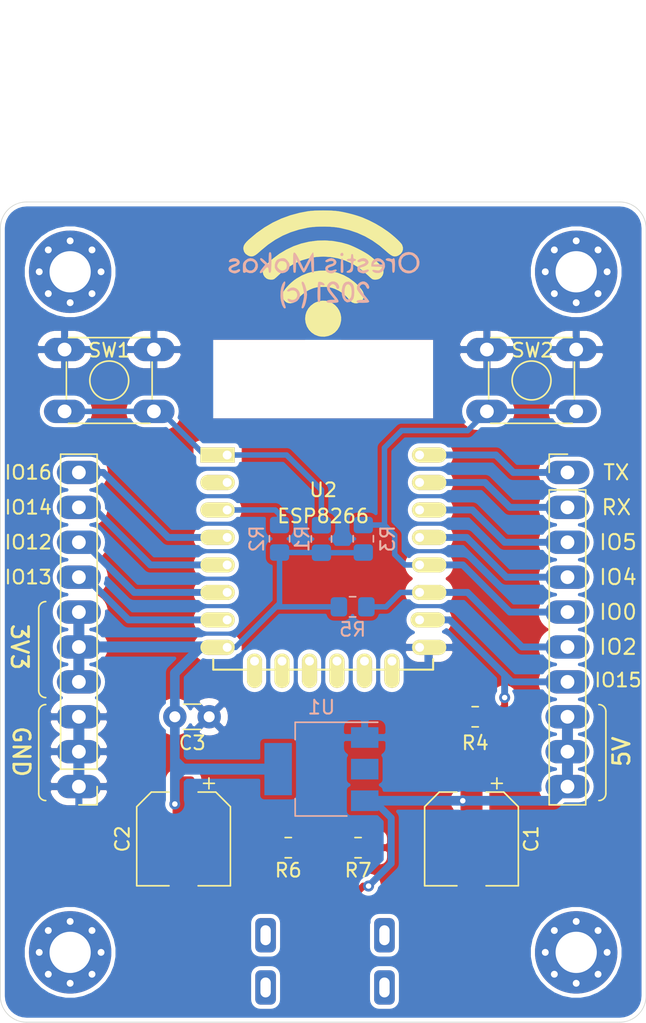
<source format=kicad_pcb>
(kicad_pcb (version 20171130) (host pcbnew "(5.1.9)-1")
  (layers (0 F.Cu signal) (31 B.Cu signal) (34 B.Paste user) (35 F.Paste user) (36 B.SilkS user) (37 F.SilkS user) (38 B.Mask user) (39 F.Mask user) (44 Edge.Cuts user))
  (net 0 "")
  (net 1 GND)
  (net 2 +5V)
  (net 3 +3V3)
  (net 4 IO16)
  (net 5 IO14)
  (net 6 IO12)
  (net 7 IO13)
  (net 8 "Net-(R1-Pad1)")
  (net 9 "Net-(R2-Pad2)")
  (net 10 "Net-(U2-Pad20)")
  (net 11 "Net-(U2-Pad19)")
  (net 12 "Net-(U2-Pad2)")
  (net 13 IO15)
  (net 14 IO2)
  (net 15 IO0)
  (net 16 IO4)
  (net 17 IO5)
  (net 18 RX)
  (net 19 TX)
  (net 20 "Net-(CONN1-PadB5)")
  (net 21 "Net-(CONN1-PadA5)")
  (net 22 "Net-(U2-Pad22)")
  (net 23 "Net-(U2-Pad21)")
  (net 24 "Net-(U2-Pad18)")
  (net 25 "Net-(U2-Pad17)")
  (module wifi_footprint:credits (layer F.Cu) (at 102.235 18.796)
    (fp_text reference G*** hide)
    (fp_text value LOGO hide)
  )
  (module wifi_footprint:wifi_logo_fcu (layer F.Cu) (at 102.235 18.542)
    (fp_text reference G*** hide)
    (fp_text value LOGO hide)
    (fp_poly (pts (xy 0.221311 1.991868) (xy 0.458684 2.056961) (xy 0.677043 2.164968) (xy 0.871297 2.310746) (xy 1.036354 2.489153) (xy 1.167122 2.695045) (xy 1.258511 2.923279) (xy 1.30543 3.168713) (xy 1.302786 3.426204) (xy 1.245489 3.690608) (xy 1.179785 3.856824) (xy 1.035679 4.093473) (xy 0.848323 4.289324) (xy 0.626085 4.440566) (xy 0.377331 4.54339) (xy 0.110426 4.593984) (xy -0.166262 4.588539) (xy -0.348481 4.552851) (xy -0.607845 4.451341) (xy -0.838479 4.29738) (xy -1.031256 4.098603) (xy -1.17705 3.862643) (xy -1.179311 3.857839) (xy -1.274826 3.584507) (xy -1.310371 3.309665) (xy -1.288616 3.040789) (xy -1.212226 2.785354) (xy -1.08387 2.550835) (xy -0.906215 2.344707) (xy -0.681928 2.174446) (xy -0.55398 2.105503) (xy -0.290112 2.010996) (xy -0.029985 1.974832) (xy 0.221311 1.991868)) (layer F.Cu) (width 0.01))
    (fp_poly (pts (xy 0.644134 -0.154495) (xy 1.076577 -0.044689) (xy 1.494165 0.120248) (xy 1.891256 0.339832) (xy 2.262208 0.613578) (xy 2.41021 0.745866) (xy 2.626052 0.963391) (xy 2.787139 1.157382) (xy 2.895818 1.332081) (xy 2.954437 1.491727) (xy 2.965345 1.640561) (xy 2.951047 1.722437) (xy 2.876337 1.896656) (xy 2.762714 2.029408) (xy 2.620795 2.118963) (xy 2.4612 2.163588) (xy 2.294547 2.161553) (xy 2.131452 2.111127) (xy 1.982536 2.010577) (xy 1.883261 1.896538) (xy 1.763226 1.750509) (xy 1.603399 1.594251) (xy 1.42202 1.443323) (xy 1.237325 1.31328) (xy 1.119087 1.24469) (xy 0.872262 1.126773) (xy 0.65005 1.045825) (xy 0.429913 0.996281) (xy 0.189313 0.972575) (xy 0 0.968375) (xy -0.267794 0.977523) (xy -0.499605 1.008678) (xy -0.717972 1.067406) (xy -0.945432 1.159269) (xy -1.119088 1.24469) (xy -1.295613 1.351629) (xy -1.481231 1.49004) (xy -1.657704 1.644364) (xy -1.806795 1.799043) (xy -1.883262 1.896538) (xy -2.019225 2.040814) (xy -2.18605 2.13219) (xy -2.374588 2.167077) (xy -2.534392 2.152012) (xy -2.687928 2.088728) (xy -2.816049 1.978304) (xy -2.910212 1.834816) (xy -2.961878 1.672339) (xy -2.962503 1.504951) (xy -2.953131 1.461914) (xy -2.896823 1.33128) (xy -2.795643 1.175817) (xy -2.658231 1.004882) (xy -2.493227 0.827834) (xy -2.30927 0.654031) (xy -2.115001 0.492832) (xy -1.946524 0.371586) (xy -1.543435 0.140421) (xy -1.121348 -0.032703) (xy -0.685905 -0.148272) (xy -0.242749 -0.206771) (xy 0.202477 -0.208683) (xy 0.644134 -0.154495)) (layer F.Cu) (width 0.01))
    (fp_poly (pts (xy 0.723283 -2.362842) (xy 1.30851 -2.257992) (xy 1.793875 -2.122588) (xy 1.997337 -2.047206) (xy 2.235753 -1.944384) (xy 2.492359 -1.822611) (xy 2.750387 -1.690371) (xy 2.993072 -1.556154) (xy 3.203648 -1.428445) (xy 3.317875 -1.35114) (xy 3.471638 -1.234441) (xy 3.63619 -1.099065) (xy 3.802443 -0.953593) (xy 3.961309 -0.806606) (xy 4.103701 -0.666683) (xy 4.220531 -0.542406) (xy 4.302711 -0.442355) (xy 4.335043 -0.390726) (xy 4.385195 -0.218199) (xy 4.381145 -0.040091) (xy 4.327358 0.128926) (xy 4.2283 0.274181) (xy 4.102477 0.373403) (xy 3.977239 0.421035) (xy 3.830664 0.443701) (xy 3.688597 0.439707) (xy 3.577725 0.407807) (xy 3.529135 0.37269) (xy 3.446024 0.303006) (xy 3.339465 0.208384) (xy 3.220533 0.098456) (xy 3.203501 0.082369) (xy 2.871103 -0.211316) (xy 2.542135 -0.456933) (xy 2.199752 -0.666588) (xy 2.054531 -0.743469) (xy 1.566944 -0.956242) (xy 1.06254 -1.109175) (xy 0.546332 -1.202056) (xy 0.023338 -1.234671) (xy -0.501428 -1.206809) (xy -1.022949 -1.118257) (xy -1.536209 -0.968803) (xy -1.711071 -0.902828) (xy -2.151661 -0.69543) (xy -2.578694 -0.430726) (xy -2.995669 -0.106388) (xy -3.2385 0.113998) (xy -3.35166 0.219705) (xy -3.454431 0.31119) (xy -3.534753 0.377991) (xy -3.577726 0.40828) (xy -3.693491 0.44102) (xy -3.838309 0.443802) (xy -3.986345 0.418601) (xy -4.111625 0.367476) (xy -4.25235 0.247831) (xy -4.347239 0.092585) (xy -4.390855 -0.084868) (xy -4.377761 -0.271137) (xy -4.375196 -0.281737) (xy -4.320063 -0.404464) (xy -4.210142 -0.55505) (xy -4.046882 -0.73187) (xy -3.831736 -0.9333) (xy -3.667125 -1.074677) (xy -3.187471 -1.434654) (xy -2.679315 -1.739465) (xy -2.147029 -1.98827) (xy -1.594987 -2.18023) (xy -1.027562 -2.314507) (xy -0.449126 -2.390261) (xy 0.135946 -2.406652) (xy 0.723283 -2.362842)) (layer F.Cu) (width 0.01))
    (fp_poly (pts (xy 0.320685 -4.585508) (xy 0.624628 -4.574026) (xy 0.898024 -4.555072) (xy 1.125274 -4.528662) (xy 1.127125 -4.528381) (xy 1.454133 -4.469959) (xy 1.806511 -4.391944) (xy 2.162858 -4.29992) (xy 2.501771 -4.199472) (xy 2.80185 -4.096184) (xy 2.841625 -4.08101) (xy 3.323946 -3.873404) (xy 3.809434 -3.625256) (xy 4.278327 -3.347747) (xy 4.71086 -3.052061) (xy 4.85775 -2.94027) (xy 5.054461 -2.780532) (xy 5.241209 -2.619051) (xy 5.410209 -2.463332) (xy 5.553678 -2.320879) (xy 5.663831 -2.199199) (xy 5.732883 -2.105797) (xy 5.743543 -2.08625) (xy 5.801751 -1.901815) (xy 5.799604 -1.723424) (xy 5.740209 -1.55928) (xy 5.626673 -1.417587) (xy 5.462106 -1.306549) (xy 5.445125 -1.298444) (xy 5.316001 -1.252863) (xy 5.192618 -1.243178) (xy 5.06624 -1.272595) (xy 4.928131 -1.344323) (xy 4.769558 -1.46157) (xy 4.603229 -1.607643) (xy 4.101688 -2.03402) (xy 3.583856 -2.400374) (xy 3.044807 -2.709156) (xy 2.479616 -2.962817) (xy 1.883359 -3.163807) (xy 1.251109 -3.314579) (xy 1.127125 -3.337641) (xy 0.836245 -3.377648) (xy 0.502303 -3.403885) (xy 0.143499 -3.416338) (xy -0.221964 -3.414997) (xy -0.575883 -3.399848) (xy -0.900058 -3.37088) (xy -1.1181 -3.339123) (xy -1.761744 -3.196503) (xy -2.368106 -3.003938) (xy -2.94197 -2.759051) (xy -3.48812 -2.459467) (xy -4.011339 -2.102807) (xy -4.516412 -1.686695) (xy -4.60323 -1.607643) (xy -4.786257 -1.447606) (xy -4.940728 -1.335578) (xy -5.075839 -1.268506) (xy -5.200785 -1.243337) (xy -5.324759 -1.257021) (xy -5.456958 -1.306504) (xy -5.478579 -1.317084) (xy -5.639426 -1.428442) (xy -5.746843 -1.573788) (xy -5.80013 -1.75213) (xy -5.802968 -1.776884) (xy -5.801689 -1.908527) (xy -5.767668 -2.033507) (xy -5.695456 -2.161317) (xy -5.5796 -2.301453) (xy -5.41465 -2.463409) (xy -5.402333 -2.474703) (xy -4.84636 -2.943769) (xy -4.269183 -3.353339) (xy -3.668359 -3.704584) (xy -3.041449 -3.998673) (xy -2.386009 -4.236776) (xy -1.699599 -4.420062) (xy -1.11125 -4.530376) (xy -0.888565 -4.556455) (xy -0.618429 -4.574994) (xy -0.316442 -4.586006) (xy 0.001795 -4.589507) (xy 0.320685 -4.585508)) (layer F.Cu) (width 0.01))
  )
  (module wifi_footprint:wifi_logo (layer F.Cu) (at 102.235 18.542)
    (fp_text reference G*** hide)
    (fp_text value LOGO hide)
  )
  (module Resistor_SMD:R_0805_2012Metric_Pad1.20x1.40mm_HandSolder (layer B.Cu) (at 99.06 37.846 90)
    (fp_text reference R2 (at 0 -1.651 90) (layer B.SilkS) (effects (justify mirror)))
    (fp_text value 10K)
    (pad 2 smd roundrect (at 1 0 90) (size 1.2 1.4) (layers B.Cu B.Paste B.Mask) (roundrect_rratio 0.2083325) (net 9 "Net-(R2-Pad2)"))
    (pad 1 smd roundrect (at -1 0 90) (size 1.2 1.4) (layers B.Cu B.Paste B.Mask) (roundrect_rratio 0.2083325) (net 3 +3V3))
  )
  (module Resistor_SMD:R_0805_2012Metric_Pad1.20x1.40mm_HandSolder (layer B.Cu) (at 102.108 37.862 270)
    (fp_text reference R1 (at -0.016 1.397 270) (layer B.SilkS) (effects (justify mirror)))
    (fp_text value 10K)
    (pad 2 smd roundrect (at 1 0 270) (size 1.2 1.4) (layers B.Cu B.Paste B.Mask) (roundrect_rratio 0.2083325) (net 3 +3V3))
    (pad 1 smd roundrect (at -1 0 270) (size 1.2 1.4) (layers B.Cu B.Paste B.Mask) (roundrect_rratio 0.2083325) (net 8 "Net-(R1-Pad1)"))
  )
  (module Resistor_SMD:R_0805_2012Metric_Pad1.20x1.40mm_HandSolder (layer B.Cu) (at 105.156 37.846 90)
    (fp_text reference R3 (at 0 1.778 90) (layer B.SilkS) (effects (justify mirror)))
    (fp_text value 10K)
    (pad 2 smd roundrect (at 1 0 90) (size 1.2 1.4) (layers B.Cu B.Paste B.Mask) (roundrect_rratio 0.2083325) (net 15 IO0))
    (pad 1 smd roundrect (at -1 0 90) (size 1.2 1.4) (layers B.Cu B.Paste B.Mask) (roundrect_rratio 0.2083325) (net 3 +3V3))
  )
  (module Resistor_SMD:R_0805_2012Metric_Pad1.20x1.40mm_HandSolder (layer B.Cu) (at 104.378 42.799)
    (fp_text reference R5 (at 0 1.65) (layer B.SilkS) (effects (justify mirror)))
    (fp_text value 10K)
    (pad 2 smd roundrect (at 1 0) (size 1.2 1.4) (layers B.Cu B.Paste B.Mask) (roundrect_rratio 0.2083325) (net 14 IO2))
    (pad 1 smd roundrect (at -1 0) (size 1.2 1.4) (layers B.Cu B.Paste B.Mask) (roundrect_rratio 0.2083325) (net 3 +3V3))
  )
  (module Resistor_SMD:R_0805_2012Metric_Pad1.20x1.40mm_HandSolder (layer F.Cu) (at 104.775 60.325 180)
    (fp_text reference R7 (at 0 -1.65) (layer F.SilkS))
    (fp_text value 5.1K)
    (pad 2 smd roundrect (at 1 0 180) (size 1.2 1.4) (layers F.Cu F.Paste F.Mask) (roundrect_rratio 0.2083325) (net 20 "Net-(CONN1-PadB5)"))
    (pad 1 smd roundrect (at -1 0 180) (size 1.2 1.4) (layers F.Cu F.Paste F.Mask) (roundrect_rratio 0.2083325) (net 1 GND))
  )
  (module Resistor_SMD:R_0805_2012Metric_Pad1.20x1.40mm_HandSolder (layer F.Cu) (at 99.695 60.325 180)
    (fp_text reference R6 (at 0 -1.65) (layer F.SilkS))
    (fp_text value 5.1K)
    (pad 2 smd roundrect (at 1 0 180) (size 1.2 1.4) (layers F.Cu F.Paste F.Mask) (roundrect_rratio 0.2083325) (net 1 GND))
    (pad 1 smd roundrect (at -1 0 180) (size 1.2 1.4) (layers F.Cu F.Paste F.Mask) (roundrect_rratio 0.2083325) (net 21 "Net-(CONN1-PadA5)"))
  )
  (module Resistor_SMD:R_0805_2012Metric_Pad1.20x1.40mm_HandSolder (layer F.Cu) (at 113.3 50.8 180)
    (fp_text reference R4 (at 0 -1.905) (layer F.SilkS))
    (fp_text value 10K)
    (pad 2 smd roundrect (at 1 0 180) (size 1.2 1.4) (layers F.Cu F.Paste F.Mask) (roundrect_rratio 0.2083325) (net 1 GND))
    (pad 1 smd roundrect (at -1 0 180) (size 1.2 1.4) (layers F.Cu F.Paste F.Mask) (roundrect_rratio 0.2083325) (net 13 IO15))
  )
  (module Capacitor_SMD:CP_Elec_6.3x5.3 (layer F.Cu) (at 92.075 59.69 270)
    (fp_text reference C2 (at 0 4.445 90) (layer F.SilkS))
    (fp_text value 100uF)
    (pad 2 smd roundrect (at 2.8 0 270) (size 3.5 1.6) (layers F.Cu F.Paste F.Mask) (roundrect_rratio 0.15625) (net 1 GND))
    (pad 1 smd roundrect (at -2.8 0 270) (size 3.5 1.6) (layers F.Cu F.Paste F.Mask) (roundrect_rratio 0.15625) (net 3 +3V3))
  )
  (module Capacitor_SMD:CP_Elec_6.3x5.3 (layer F.Cu) (at 113.03 59.69 270)
    (fp_text reference C1 (at 0 -4.35 90) (layer F.SilkS))
    (fp_text value 100uF)
    (pad 2 smd roundrect (at 2.8 0 270) (size 3.5 1.6) (layers F.Cu F.Paste F.Mask) (roundrect_rratio 0.15625) (net 1 GND))
    (pad 1 smd roundrect (at -2.8 0 270) (size 3.5 1.6) (layers F.Cu F.Paste F.Mask) (roundrect_rratio 0.15625) (net 2 +5V))
  )
  (module ESP8266:ESP-12E (layer F.Cu) (at 95.25 31.75)
    (fp_text reference U2 (at 6.985 2.54) (layer F.SilkS))
    (fp_text value ESP-12F hide)
    (pad 22 thru_hole oval (at 11.99 15 90) (size 2.5 1.1) (drill 0.65 (offset -0.7 0)) (layers *.Cu *.Mask F.SilkS) (net 22 "Net-(U2-Pad22)"))
    (pad 21 thru_hole oval (at 9.99 15 90) (size 2.5 1.1) (drill 0.65 (offset -0.7 0)) (layers *.Cu *.Mask F.SilkS) (net 23 "Net-(U2-Pad21)"))
    (pad 20 thru_hole oval (at 7.99 15 90) (size 2.5 1.1) (drill 0.65 (offset -0.7 0)) (layers *.Cu *.Mask F.SilkS) (net 10 "Net-(U2-Pad20)"))
    (pad 19 thru_hole oval (at 5.99 15 90) (size 2.5 1.1) (drill 0.65 (offset -0.7 0)) (layers *.Cu *.Mask F.SilkS) (net 11 "Net-(U2-Pad19)"))
    (pad 18 thru_hole oval (at 3.99 15 90) (size 2.5 1.1) (drill 0.65 (offset -0.7 0)) (layers *.Cu *.Mask F.SilkS) (net 24 "Net-(U2-Pad18)"))
    (pad 17 thru_hole oval (at 1.99 15 90) (size 2.5 1.1) (drill 0.65 (offset -0.7 0)) (layers *.Cu *.Mask F.SilkS) (net 25 "Net-(U2-Pad17)"))
    (pad 16 thru_hole oval (at 14 0) (size 2.5 1.1) (drill 0.65 (offset 0.7 0)) (layers *.Cu *.Mask F.SilkS) (net 19 TX))
    (pad 15 thru_hole oval (at 14 2) (size 2.5 1.1) (drill 0.65 (offset 0.7 0)) (layers *.Cu *.Mask F.SilkS) (net 18 RX))
    (pad 14 thru_hole oval (at 14 4) (size 2.5 1.1) (drill 0.65 (offset 0.7 0)) (layers *.Cu *.Mask F.SilkS) (net 17 IO5))
    (pad 13 thru_hole oval (at 14 6) (size 2.5 1.1) (drill 0.65 (offset 0.7 0)) (layers *.Cu *.Mask F.SilkS) (net 16 IO4))
    (pad 12 thru_hole oval (at 14 8) (size 2.5 1.1) (drill 0.65 (offset 0.7 0)) (layers *.Cu *.Mask F.SilkS) (net 15 IO0))
    (pad 11 thru_hole oval (at 14 10) (size 2.5 1.1) (drill 0.65 (offset 0.7 0)) (layers *.Cu *.Mask F.SilkS) (net 14 IO2))
    (pad 10 thru_hole oval (at 14 12) (size 2.5 1.1) (drill 0.65 (offset 0.6 0)) (layers *.Cu *.Mask F.SilkS) (net 13 IO15))
    (pad 9 thru_hole oval (at 14 14) (size 2.5 1.1) (drill 0.65 (offset 0.7 0)) (layers *.Cu *.Mask F.SilkS) (net 1 GND))
    (pad 8 thru_hole oval (at 0 14) (size 2.5 1.1) (drill 0.65 (offset -0.7 0)) (layers *.Cu *.Mask F.SilkS) (net 3 +3V3))
    (pad 7 thru_hole oval (at 0 12) (size 2.5 1.1) (drill 0.65 (offset -0.7 0)) (layers *.Cu *.Mask F.SilkS) (net 7 IO13))
    (pad 6 thru_hole oval (at 0 10) (size 2.5 1.1) (drill 0.65 (offset -0.7 0)) (layers *.Cu *.Mask F.SilkS) (net 6 IO12))
    (pad 5 thru_hole oval (at 0 8) (size 2.5 1.1) (drill 0.65 (offset -0.7 0)) (layers *.Cu *.Mask F.SilkS) (net 5 IO14))
    (pad 4 thru_hole oval (at 0 6) (size 2.5 1.1) (drill 0.65 (offset -0.7 0)) (layers *.Cu *.Mask F.SilkS) (net 4 IO16))
    (pad 3 thru_hole oval (at 0 4) (size 2.5 1.1) (drill 0.65 (offset -0.7 0)) (layers *.Cu *.Mask F.SilkS) (net 9 "Net-(R2-Pad2)"))
    (pad 2 thru_hole oval (at 0 2) (size 2.5 1.1) (drill 0.65 (offset -0.7 0)) (layers *.Cu *.Mask F.SilkS) (net 12 "Net-(U2-Pad2)"))
    (pad 1 thru_hole rect (at 0 0) (size 2.5 1.1) (drill 0.65 (offset -0.7 0)) (layers *.Cu *.Mask F.SilkS) (net 8 "Net-(R1-Pad1)"))
  )
  (module Button_Switch_THT:SW_TH_Tactile_Omron_B3F-10xx (layer F.Cu) (at 89.916 28.575 180)
    (fp_text reference SW1 (at 3.25 4.445) (layer F.SilkS))
    (fp_text value RST_BTN)
    (pad 1 thru_hole oval (at 0 0 180) (size 3 1.7) (drill 1) (layers *.Cu *.Mask) (net 8 "Net-(R1-Pad1)"))
    (pad 3 thru_hole oval (at 6.5 0 180) (size 3 1.7) (drill 1) (layers *.Cu *.Mask) (net 8 "Net-(R1-Pad1)"))
    (pad 2 thru_hole oval (at 0 4.5 180) (size 3 1.7) (drill 1) (layers *.Cu *.Mask) (net 1 GND))
    (pad 4 thru_hole oval (at 6.5 4.5 180) (size 3 1.7) (drill 1) (layers *.Cu *.Mask) (net 1 GND))
  )
  (module Button_Switch_THT:SW_TH_Tactile_Omron_B3F-10xx (layer F.Cu) (at 120.65 28.575 180)
    (fp_text reference SW2 (at 3.175 4.445) (layer F.SilkS))
    (fp_text value PGR_BTN)
    (pad 1 thru_hole oval (at 0 0 180) (size 3 1.7) (drill 1) (layers *.Cu *.Mask) (net 15 IO0))
    (pad 3 thru_hole oval (at 6.5 0 180) (size 3 1.7) (drill 1) (layers *.Cu *.Mask) (net 15 IO0))
    (pad 2 thru_hole oval (at 0 4.5 180) (size 3 1.7) (drill 1) (layers *.Cu *.Mask) (net 1 GND))
    (pad 4 thru_hole oval (at 6.5 4.5 180) (size 3 1.7) (drill 1) (layers *.Cu *.Mask) (net 1 GND))
  )
  (module Connector_PinHeader_2.54mm:PinHeader_1x10_P2.54mm_Vertical (layer F.Cu) (at 120.015 33.02)
    (fp_text reference J1 hide)
    (fp_text value Conn_01x10)
    (pad 10 thru_hole oval (at 0 22.86) (size 3.2 1.7) (drill 1) (layers *.Cu *.Mask) (net 2 +5V))
    (pad 9 thru_hole oval (at 0 20.32) (size 3.2 1.7) (drill 1) (layers *.Cu *.Mask) (net 2 +5V))
    (pad 8 thru_hole oval (at 0 17.78) (size 3.2 1.7) (drill 1) (layers *.Cu *.Mask) (net 2 +5V))
    (pad 7 thru_hole oval (at 0 15.24) (size 3.2 1.7) (drill 1) (layers *.Cu *.Mask) (net 13 IO15))
    (pad 6 thru_hole oval (at 0 12.7) (size 3.2 1.7) (drill 1) (layers *.Cu *.Mask) (net 14 IO2))
    (pad 5 thru_hole oval (at 0 10.16) (size 3.2 1.7) (drill 1) (layers *.Cu *.Mask) (net 15 IO0))
    (pad 4 thru_hole oval (at 0 7.62) (size 3.2 1.7) (drill 1) (layers *.Cu *.Mask) (net 16 IO4))
    (pad 3 thru_hole oval (at 0 5.08) (size 3.2 1.7) (drill 1) (layers *.Cu *.Mask) (net 17 IO5))
    (pad 2 thru_hole oval (at 0 2.54) (size 3.2 1.7) (drill 1) (layers *.Cu *.Mask) (net 18 RX))
    (pad 1 thru_hole oval (at 0 0) (size 3.2 1.7) (drill 1) (layers *.Cu *.Mask) (net 19 TX))
  )
  (module Package_TO_SOT_SMD:SOT-223-3_TabPin2 (layer B.Cu) (at 102.108 54.61 180)
    (fp_text reference U1 (at 0 4.5) (layer B.SilkS) (effects (justify mirror)))
    (fp_text value LM1117-3.3)
    (pad 1 smd rect (at -3.15 2.3 180) (size 2 1.5) (layers B.Cu B.Paste B.Mask) (net 1 GND))
    (pad 3 smd rect (at -3.15 -2.3 180) (size 2 1.5) (layers B.Cu B.Paste B.Mask) (net 2 +5V))
    (pad 2 smd rect (at -3.15 0 180) (size 2 1.5) (layers B.Cu B.Paste B.Mask) (net 3 +3V3))
    (pad 2 smd rect (at 3.15 0 180) (size 2 3.8) (layers B.Cu B.Paste B.Mask) (net 3 +3V3))
  )
  (module Connector_PinHeader_2.54mm:PinHeader_1x10_P2.54mm_Vertical (layer F.Cu) (at 84.455 55.88 180)
    (fp_text reference J2 hide)
    (fp_text value Conn_01x10)
    (pad 10 thru_hole oval (at 0 22.86 180) (size 3.2 1.7) (drill 1) (layers *.Cu *.Mask) (net 4 IO16))
    (pad 9 thru_hole oval (at 0 20.32 180) (size 3.2 1.7) (drill 1) (layers *.Cu *.Mask) (net 5 IO14))
    (pad 8 thru_hole oval (at 0 17.78 180) (size 3.2 1.7) (drill 1) (layers *.Cu *.Mask) (net 6 IO12))
    (pad 7 thru_hole oval (at 0 15.24 180) (size 3.2 1.7) (drill 1) (layers *.Cu *.Mask) (net 7 IO13))
    (pad 6 thru_hole oval (at 0 12.7 180) (size 3.2 1.7) (drill 1) (layers *.Cu *.Mask) (net 3 +3V3))
    (pad 5 thru_hole oval (at 0 10.16 180) (size 3.2 1.7) (drill 1) (layers *.Cu *.Mask) (net 3 +3V3))
    (pad 4 thru_hole oval (at 0 7.62 180) (size 3.2 1.7) (drill 1) (layers *.Cu *.Mask) (net 3 +3V3))
    (pad 3 thru_hole oval (at 0 5.08 180) (size 3.2 1.7) (drill 1) (layers *.Cu *.Mask) (net 1 GND))
    (pad 2 thru_hole oval (at 0 2.54 180) (size 3.2 1.7) (drill 1) (layers *.Cu *.Mask) (net 1 GND))
    (pad 1 thru_hole oval (at 0 0 180) (size 3.2 1.7) (drill 1) (layers *.Cu *.Mask) (net 1 GND))
  )
  (module USB_TYPEC_6P:TypeC_6PIN (layer F.Cu) (at 106.045 55.499)
    (fp_text reference CONN1 hide)
    (fp_text value USB_C)
    (pad B5 smd roundrect (at -3.175 10.4) (size 0.7 1.65) (layers F.Cu F.Paste F.Mask) (net 20 "Net-(CONN1-PadB5)"))
    (pad A5 smd roundrect (at -4.175 10.4) (size 0.7 1.65) (layers F.Cu F.Paste F.Mask) (net 21 "Net-(CONN1-PadA5)"))
    (pad A9 smd roundrect (at -2.125 10.4) (size 0.76 1.65) (layers F.Cu F.Paste F.Mask) (net 2 +5V))
    (pad B9 smd roundrect (at -5.225 10.4) (size 0.76 1.65) (layers F.Cu F.Paste F.Mask) (net 2 +5V))
    (pad A12 smd roundrect (at -0.925 10.4) (size 0.8 1.65) (layers F.Cu F.Paste F.Mask) (net 1 GND))
    (pad B12 smd roundrect (at -6.425 10.4) (size 0.8 1.65) (layers F.Cu F.Paste F.Mask) (net 1 GND))
    (pad 1 thru_hole roundrect (at -8 11.2) (size 1.5 2.5) (drill oval 0.75 1.45) (layers *.Cu *.Mask))
    (pad 1 thru_hole roundrect (at 0.65 11.2) (size 1.5 2.5) (drill oval 0.75 1.45) (layers *.Cu *.Mask))
    (pad 1 thru_hole roundrect (at 0.65 15) (size 1.5 2.5) (drill oval 0.75 1.45) (layers *.Cu *.Mask))
    (pad 1 thru_hole roundrect (at -8 15) (size 1.5 2.5) (drill oval 0.75 1.45) (layers *.Cu *.Mask))
  )
  (module Capacitor_THT:C_Disc_D3.0mm_W1.6mm_P2.50mm (layer F.Cu) (at 91.44 50.8)
    (fp_text reference C3 (at 1.27 1.905) (layer F.SilkS))
    (fp_text value 100nF)
    (pad 2 thru_hole circle (at 2.5 0) (size 1.7 1.7) (drill 0.8) (layers *.Cu *.Mask) (net 1 GND))
    (pad 1 thru_hole circle (at 0 0) (size 1.7 1.7) (drill 0.8) (layers *.Cu *.Mask) (net 3 +3V3))
  )
  (module MountingHole:MountingHole_3mm_Pad_Via (layer F.Cu) (at 120.65 18.415)
    (fp_text reference REF** hide)
    (fp_text value MountingHole_3mm_Pad_Via hide)
    (pad 1 thru_hole circle (at 1.59099 -1.59099) (size 0.8 0.8) (drill 0.5) (layers *.Cu *.Mask))
    (pad 1 thru_hole circle (at 0 -2.25) (size 0.8 0.8) (drill 0.5) (layers *.Cu *.Mask))
    (pad 1 thru_hole circle (at -1.59099 -1.59099) (size 0.8 0.8) (drill 0.5) (layers *.Cu *.Mask))
    (pad 1 thru_hole circle (at -2.25 0) (size 0.8 0.8) (drill 0.5) (layers *.Cu *.Mask))
    (pad 1 thru_hole circle (at -1.59099 1.59099) (size 0.8 0.8) (drill 0.5) (layers *.Cu *.Mask))
    (pad 1 thru_hole circle (at 0 2.25) (size 0.8 0.8) (drill 0.5) (layers *.Cu *.Mask))
    (pad 1 thru_hole circle (at 1.59099 1.59099) (size 0.8 0.8) (drill 0.5) (layers *.Cu *.Mask))
    (pad 1 thru_hole circle (at 2.25 0) (size 0.8 0.8) (drill 0.5) (layers *.Cu *.Mask))
    (pad 1 thru_hole circle (at 0 0) (size 6 6) (drill 3) (layers *.Cu *.Mask))
  )
  (module MountingHole:MountingHole_3mm_Pad_Via (layer F.Cu) (at 83.82 18.415)
    (fp_text reference REF** hide)
    (fp_text value MountingHole_3mm_Pad_Via hide)
    (pad 1 thru_hole circle (at 1.59099 -1.59099) (size 0.8 0.8) (drill 0.5) (layers *.Cu *.Mask))
    (pad 1 thru_hole circle (at 0 -2.25) (size 0.8 0.8) (drill 0.5) (layers *.Cu *.Mask))
    (pad 1 thru_hole circle (at -1.59099 -1.59099) (size 0.8 0.8) (drill 0.5) (layers *.Cu *.Mask))
    (pad 1 thru_hole circle (at -2.25 0) (size 0.8 0.8) (drill 0.5) (layers *.Cu *.Mask))
    (pad 1 thru_hole circle (at -1.59099 1.59099) (size 0.8 0.8) (drill 0.5) (layers *.Cu *.Mask))
    (pad 1 thru_hole circle (at 0 2.25) (size 0.8 0.8) (drill 0.5) (layers *.Cu *.Mask))
    (pad 1 thru_hole circle (at 1.59099 1.59099) (size 0.8 0.8) (drill 0.5) (layers *.Cu *.Mask))
    (pad 1 thru_hole circle (at 2.25 0) (size 0.8 0.8) (drill 0.5) (layers *.Cu *.Mask))
    (pad 1 thru_hole circle (at 0 0) (size 6 6) (drill 3) (layers *.Cu *.Mask))
  )
  (module MountingHole:MountingHole_3mm_Pad_Via (layer F.Cu) (at 120.65 67.945)
    (fp_text reference REF** hide)
    (fp_text value MountingHole_3mm_Pad_Via hide)
    (pad 1 thru_hole circle (at 1.59099 -1.59099) (size 0.8 0.8) (drill 0.5) (layers *.Cu *.Mask))
    (pad 1 thru_hole circle (at 0 -2.25) (size 0.8 0.8) (drill 0.5) (layers *.Cu *.Mask))
    (pad 1 thru_hole circle (at -1.59099 -1.59099) (size 0.8 0.8) (drill 0.5) (layers *.Cu *.Mask))
    (pad 1 thru_hole circle (at -2.25 0) (size 0.8 0.8) (drill 0.5) (layers *.Cu *.Mask))
    (pad 1 thru_hole circle (at -1.59099 1.59099) (size 0.8 0.8) (drill 0.5) (layers *.Cu *.Mask))
    (pad 1 thru_hole circle (at 0 2.25) (size 0.8 0.8) (drill 0.5) (layers *.Cu *.Mask))
    (pad 1 thru_hole circle (at 1.59099 1.59099) (size 0.8 0.8) (drill 0.5) (layers *.Cu *.Mask))
    (pad 1 thru_hole circle (at 2.25 0) (size 0.8 0.8) (drill 0.5) (layers *.Cu *.Mask))
    (pad 1 thru_hole circle (at 0 0) (size 6 6) (drill 3) (layers *.Cu *.Mask))
  )
  (module MountingHole:MountingHole_3mm_Pad_Via (layer F.Cu) (at 83.82 67.945)
    (fp_text reference REF** hide)
    (fp_text value MountingHole_3mm_Pad_Via hide)
    (pad 1 thru_hole circle (at 1.59099 -1.59099) (size 0.8 0.8) (drill 0.5) (layers *.Cu *.Mask))
    (pad 1 thru_hole circle (at 0 -2.25) (size 0.8 0.8) (drill 0.5) (layers *.Cu *.Mask))
    (pad 1 thru_hole circle (at -1.59099 -1.59099) (size 0.8 0.8) (drill 0.5) (layers *.Cu *.Mask))
    (pad 1 thru_hole circle (at -2.25 0) (size 0.8 0.8) (drill 0.5) (layers *.Cu *.Mask))
    (pad 1 thru_hole circle (at -1.59099 1.59099) (size 0.8 0.8) (drill 0.5) (layers *.Cu *.Mask))
    (pad 1 thru_hole circle (at 0 2.25) (size 0.8 0.8) (drill 0.5) (layers *.Cu *.Mask))
    (pad 1 thru_hole circle (at 1.59099 1.59099) (size 0.8 0.8) (drill 0.5) (layers *.Cu *.Mask))
    (pad 1 thru_hole circle (at 2.25 0) (size 0.8 0.8) (drill 0.5) (layers *.Cu *.Mask))
    (pad 1 thru_hole circle (at 0 0) (size 6 6) (drill 3) (layers *.Cu *.Mask))
  )
  (gr_text GND (at 80.264 53.34 -90) (layer F.SilkS) (effects (font (size 1.2 1.2) (thickness 0.2))))
  (gr_arc (start 82.042 50.419) (end 82.042 49.911) (angle -90) (layer F.SilkS) (width 0.12))
  (gr_arc (start 82.042 56.388) (end 81.534 56.388) (angle -90) (layer F.SilkS) (width 0.12))
  (gr_line (start 81.534 50.419) (end 81.534 56.388) (layer F.SilkS) (width 0.12))
  (gr_text 3V3 (at 80.137 45.72 -90) (layer F.SilkS) (effects (font (size 1.2 1.2) (thickness 0.2))))
  (gr_arc (start 82.042 48.895) (end 81.534 48.895) (angle -90) (layer F.SilkS) (width 0.12))
  (gr_arc (start 82.042 42.926) (end 82.042 42.418) (angle -90) (layer F.SilkS) (width 0.12))
  (gr_line (start 81.534 42.926) (end 81.534 48.895) (layer F.SilkS) (width 0.12))
  (gr_text IO13 (at 80.772 40.64) (layer F.SilkS) (effects (font (size 1 1))))
  (gr_text IO12 (at 80.772 38.1) (layer F.SilkS) (effects (font (size 1 1))))
  (gr_text IO14 (at 80.772 35.56) (layer F.SilkS) (effects (font (size 1 1))))
  (gr_text IO16 (at 80.772 33.02) (layer F.SilkS) (effects (font (size 1 1))))
  (gr_text ESP8266 (at 102.235 36.195) (layer F.SilkS) (effects (font (size 1 1))))
  (gr_arc (start 122.301 56.388) (end 122.301 56.896) (angle -90) (layer F.SilkS) (width 0.12))
  (gr_arc (start 122.301 50.419) (end 122.809 50.419) (angle -90) (layer F.SilkS) (width 0.12))
  (gr_text 5V (at 123.952 53.34 90) (layer F.SilkS) (effects (font (size 1.2 1.2) (thickness 0.2))))
  (gr_line (start 122.809 50.419) (end 122.809 56.388) (layer F.SilkS) (width 0.12))
  (gr_text IO15 (at 123.698 48.133) (layer F.SilkS) (effects (font (size 1 1))))
  (gr_text IO2 (at 123.698 45.72) (layer F.SilkS) (effects (font (size 1.1 1.1))))
  (gr_text IO0 (at 123.698 43.18) (layer F.SilkS) (effects (font (size 1.1 1.1))))
  (gr_text IO4 (at 123.698 40.64) (layer F.SilkS) (effects (font (size 1.1 1.1))))
  (gr_text IO5 (at 123.698 38.1) (layer F.SilkS) (effects (font (size 1.1 1.1))))
  (gr_text RX (at 123.571 35.56) (layer F.SilkS) (effects (font (size 1.1 1.1))))
  (gr_text TX (at 123.571 33.02) (layer F.SilkS) (effects (font (size 1.1 1.1))))
  (gr_arc (start 80.645 15.24) (end 80.645 13.335) (angle -90) (layer Edge.Cuts) (width 0.05))
  (gr_arc (start 123.825 15.24) (end 125.73 15.24) (angle -90) (layer Edge.Cuts) (width 0.05))
  (gr_arc (start 80.645 71.12) (end 78.74 71.12) (angle -90) (layer Edge.Cuts) (width 0.05))
  (gr_arc (start 123.825 71.12) (end 123.825 73.025) (angle -90) (layer Edge.Cuts) (width 0.05))
  (gr_line (start 80.645 13.335) (end 123.825 13.335) (layer Edge.Cuts) (width 0.05))
  (gr_line (start 78.74 71.12) (end 78.74 15.24) (layer Edge.Cuts) (width 0.05))
  (gr_line (start 123.825 73.025) (end 80.645 73.025) (layer Edge.Cuts) (width 0.05))
  (gr_line (start 125.73 15.24) (end 125.73 71.12) (layer Edge.Cuts) (width 0.05))
  (segment (start 109.25 45.75) (end 109.825 45.75) (width 0.5) (layer B.Cu) (net 1))
  (segment (start 109.825 45.75) (end 109.855 45.78) (width 0.5) (layer B.Cu) (net 1))
  (segment (start 109.855 45.78) (end 109.855 50.165) (width 0.5) (layer B.Cu) (net 1))
  (segment (start 110.49 50.8) (end 111.734 50.8) (width 0.5) (layer B.Cu) (net 1))
  (segment (start 109.855 50.165) (end 110.49 50.8) (width 0.5) (layer B.Cu) (net 1))
  (segment (start 105.485 65.772) (end 105.485 64.845) (width 0.4) (layer B.Cu) (net 1))
  (segment (start 105.485 64.845) (end 105.56 64.77) (width 0.4) (layer B.Cu) (net 1))
  (segment (start 105.56 64.77) (end 107.315 64.77) (width 0.4) (layer B.Cu) (net 1))
  (segment (start 99.985 65.772) (end 99.985 65.06) (width 0.4) (layer B.Cu) (net 1))
  (segment (start 99.985 65.06) (end 99.695 64.77) (width 0.4) (layer B.Cu) (net 1))
  (segment (start 99.695 64.77) (end 98.425 64.77) (width 0.4) (layer B.Cu) (net 1))
  (segment (start 84.455 50.8) (end 84.455 53.34) (width 0.8) (layer B.Cu) (net 1))
  (segment (start 84.455 53.34) (end 84.455 55.88) (width 0.8) (layer B.Cu) (net 1))
  (segment (start 105.664 62.992) (end 107.188 61.468) (width 0.5) (layer B.Cu) (net 2))
  (segment (start 107.188 61.468) (end 107.188 58.166) (width 0.5) (layer B.Cu) (net 2))
  (segment (start 105.932 56.91) (end 105.258 56.91) (width 0.5) (layer B.Cu) (net 2))
  (segment (start 107.188 58.166) (end 105.932 56.91) (width 0.5) (layer B.Cu) (net 2))
  (segment (start 120.015 55.88) (end 120.015 53.34) (width 0.8) (layer B.Cu) (net 2))
  (segment (start 120.015 53.34) (end 120.015 50.8) (width 0.8) (layer B.Cu) (net 2))
  (segment (start 105.664 62.992) (end 105.537 63.119) (width 0.5) (layer B.Cu) (net 2))
  (via (at 105.537 63.119) (size 0.8) (drill 0.4) (layers F.Cu B.Cu) (net 2))
  (segment (start 118.985 56.91) (end 120.015 55.88) (width 0.7) (layer B.Cu) (net 2))
  (segment (start 105.258 56.91) (end 112 56.91) (width 0.7) (layer B.Cu) (net 2))
  (segment (start 112 56.91) (end 118.985 56.91) (width 0.7) (layer B.Cu) (net 2))
  (via (at 112.395 56.91) (size 0.8) (drill 0.4) (layers F.Cu B.Cu) (net 2))
  (segment (start 113.01 56.91) (end 113.03 56.89) (width 0.7) (layer F.Cu) (net 2))
  (segment (start 103.92 65.899) (end 103.92 64.355) (width 0.5) (layer F.Cu) (net 2))
  (segment (start 105.156 63.119) (end 105.537 63.119) (width 0.5) (layer F.Cu) (net 2))
  (segment (start 103.92 64.355) (end 105.156 63.119) (width 0.5) (layer F.Cu) (net 2))
  (segment (start 100.82 65.899) (end 100.82 67.8) (width 0.4) (layer F.Cu) (net 2))
  (segment (start 100.82 67.8) (end 101.092 68.072) (width 0.4) (layer F.Cu) (net 2))
  (segment (start 101.092 68.072) (end 103.632 68.072) (width 0.4) (layer F.Cu) (net 2))
  (segment (start 103.92 67.784) (end 103.92 65.899) (width 0.4) (layer F.Cu) (net 2))
  (segment (start 103.632 68.072) (end 103.92 67.784) (width 0.4) (layer F.Cu) (net 2))
  (segment (start 95.25 45.75) (end 95.855 45.75) (width 0.4) (layer B.Cu) (net 3))
  (segment (start 99.06 42.545) (end 99.06 38.787) (width 0.4) (layer B.Cu) (net 3))
  (segment (start 98.7425 42.8625) (end 99.06 42.545) (width 0.4) (layer B.Cu) (net 3))
  (segment (start 98.806 42.799) (end 98.7425 42.8625) (width 0.4) (layer B.Cu) (net 3))
  (segment (start 103.606 42.799) (end 98.806 42.799) (width 0.4) (layer B.Cu) (net 3))
  (segment (start 95.855 45.75) (end 98.7425 42.8625) (width 0.4) (layer B.Cu) (net 3))
  (segment (start 93.315 45.75) (end 95.25 45.75) (width 0.8) (layer B.Cu) (net 3))
  (segment (start 93.285 45.72) (end 93.315 45.75) (width 0.8) (layer B.Cu) (net 3))
  (segment (start 84.455 43.18) (end 84.455 45.72) (width 0.8) (layer B.Cu) (net 3))
  (segment (start 84.455 45.72) (end 84.455 48.26) (width 0.8) (layer B.Cu) (net 3))
  (segment (start 95.22 45.72) (end 95.25 45.75) (width 0.8) (layer B.Cu) (net 3))
  (segment (start 84.455 45.72) (end 95.22 45.72) (width 0.8) (layer B.Cu) (net 3))
  (segment (start 93.285 45.72) (end 93.285 45.78) (width 0.7) (layer B.Cu) (net 3))
  (segment (start 91.44 47.625) (end 91.44 50.165) (width 0.7) (layer B.Cu) (net 3))
  (segment (start 93.285 45.78) (end 91.44 47.625) (width 0.7) (layer B.Cu) (net 3))
  (via (at 91.44 57.15) (size 0.8) (drill 0.4) (layers F.Cu B.Cu) (net 3))
  (segment (start 91.48 54.61) (end 91.44 54.57) (width 0.7) (layer B.Cu) (net 3))
  (segment (start 92.075 54.61) (end 91.48 54.61) (width 0.8) (layer B.Cu) (net 3))
  (segment (start 98.958 54.61) (end 92.075 54.61) (width 0.8) (layer B.Cu) (net 3))
  (segment (start 91.44 55.245) (end 92.075 54.61) (width 0.7) (layer B.Cu) (net 3))
  (segment (start 91.44 54.57) (end 91.44 55.245) (width 0.7) (layer B.Cu) (net 3))
  (segment (start 91.44 55.245) (end 91.44 57.15) (width 0.7) (layer B.Cu) (net 3))
  (segment (start 92.075 54.61) (end 91.44 53.975) (width 0.7) (layer B.Cu) (net 3))
  (segment (start 91.44 53.975) (end 91.44 54.57) (width 0.7) (layer B.Cu) (net 3))
  (segment (start 91.44 50.165) (end 91.44 53.975) (width 0.7) (layer B.Cu) (net 3))
  (segment (start 102.092 38.846) (end 102.108 38.862) (width 0.4) (layer B.Cu) (net 3))
  (segment (start 99.06 38.846) (end 102.092 38.846) (width 0.4) (layer B.Cu) (net 3))
  (segment (start 105.14 38.862) (end 105.156 38.846) (width 0.4) (layer B.Cu) (net 3))
  (segment (start 102.108 38.862) (end 105.14 38.862) (width 0.4) (layer B.Cu) (net 3))
  (segment (start 91.7 56.89) (end 91.44 57.15) (width 0.4) (layer F.Cu) (net 3))
  (segment (start 92.075 56.89) (end 91.7 56.89) (width 0.4) (layer F.Cu) (net 3))
  (segment (start 90.963 37.75) (end 95.25 37.75) (width 0.5) (layer B.Cu) (net 4))
  (segment (start 86.233 33.02) (end 90.963 37.75) (width 0.5) (layer B.Cu) (net 4))
  (segment (start 86.233 33.02) (end 84.455 33.02) (width 0.5) (layer B.Cu) (net 4))
  (segment (start 89.661 39.75) (end 95.25 39.75) (width 0.5) (layer B.Cu) (net 5))
  (segment (start 85.471 35.56) (end 89.661 39.75) (width 0.5) (layer B.Cu) (net 5))
  (segment (start 88.486 41.75) (end 95.25 41.75) (width 0.5) (layer B.Cu) (net 6))
  (segment (start 84.836 38.1) (end 88.486 41.75) (width 0.5) (layer B.Cu) (net 6))
  (segment (start 88.073 43.75) (end 95.25 43.75) (width 0.5) (layer B.Cu) (net 7))
  (segment (start 84.963 40.64) (end 88.073 43.75) (width 0.5) (layer B.Cu) (net 7))
  (segment (start 95.25 31.75) (end 99.568 31.75) (width 0.4) (layer B.Cu) (net 8))
  (segment (start 102.108 34.29) (end 102.108 35.788) (width 0.4) (layer B.Cu) (net 8))
  (segment (start 99.568 31.75) (end 102.108 34.29) (width 0.4) (layer B.Cu) (net 8))
  (segment (start 102.108 35.788) (end 102.108 36.862) (width 0.4) (layer B.Cu) (net 8))
  (segment (start 89.916 28.575) (end 90.424 28.575) (width 0.4) (layer B.Cu) (net 8))
  (segment (start 93.599 31.75) (end 95.25 31.75) (width 0.4) (layer B.Cu) (net 8))
  (segment (start 90.424 28.575) (end 93.599 31.75) (width 0.4) (layer B.Cu) (net 8))
  (segment (start 89.916 28.575) (end 83.416 28.575) (width 0.4) (layer B.Cu) (net 8))
  (segment (start 95.25 35.75) (end 98.742 35.75) (width 0.4) (layer B.Cu) (net 9))
  (segment (start 99.06 36.068) (end 99.06 36.846) (width 0.4) (layer B.Cu) (net 9))
  (segment (start 98.742 35.75) (end 99.06 36.068) (width 0.4) (layer B.Cu) (net 9))
  (segment (start 109.25 43.75) (end 111.441 43.75) (width 0.5) (layer B.Cu) (net 13))
  (segment (start 111.441 43.75) (end 115.443 47.752) (width 0.5) (layer B.Cu) (net 13))
  (segment (start 115.951 48.26) (end 115.443 47.752) (width 0.5) (layer B.Cu) (net 13))
  (segment (start 120.015 48.26) (end 115.951 48.26) (width 0.5) (layer B.Cu) (net 13))
  (segment (start 115.443 47.752) (end 115.443 49.403) (width 0.5) (layer B.Cu) (net 13))
  (segment (start 115.443 49.403) (end 115.443 50.022) (width 0.5) (layer F.Cu) (net 13))
  (segment (start 115.443 50.022) (end 114.665 50.8) (width 0.5) (layer F.Cu) (net 13))
  (via (at 115.443 49.403) (size 0.8) (drill 0.4) (layers F.Cu B.Cu) (net 13))
  (segment (start 106.706 42.799) (end 106.807 42.799) (width 0.4) (layer B.Cu) (net 14))
  (segment (start 107.856 41.75) (end 109.25 41.75) (width 0.4) (layer B.Cu) (net 14))
  (segment (start 106.807 42.799) (end 107.856 41.75) (width 0.4) (layer B.Cu) (net 14))
  (segment (start 105.902 42.799) (end 106.807 42.799) (width 0.4) (layer B.Cu) (net 14))
  (segment (start 109.25 41.75) (end 112.743 41.75) (width 0.5) (layer B.Cu) (net 14))
  (segment (start 116.713 45.72) (end 120.015 45.72) (width 0.5) (layer B.Cu) (net 14))
  (segment (start 112.743 41.75) (end 116.713 45.72) (width 0.5) (layer B.Cu) (net 14))
  (segment (start 109.25 39.75) (end 112.394 39.75) (width 0.5) (layer B.Cu) (net 15))
  (segment (start 112.394 39.75) (end 115.824 43.18) (width 0.5) (layer B.Cu) (net 15))
  (segment (start 114.60101 28.503) (end 114.173 28.07499) (width 0.6) (layer B.Cu) (net 15))
  (segment (start 115.824 43.18) (end 120.015 43.18) (width 0.5) (layer B.Cu) (net 15))
  (segment (start 109.25 39.75) (end 108.203 39.75) (width 0.4) (layer B.Cu) (net 15))
  (segment (start 108.203 39.75) (end 107.442 38.989) (width 0.4) (layer B.Cu) (net 15))
  (segment (start 107.442 38.989) (end 107.442 37.592) (width 0.4) (layer B.Cu) (net 15))
  (segment (start 107.442 37.592) (end 106.696 36.846) (width 0.4) (layer B.Cu) (net 15))
  (segment (start 105.156 36.846) (end 106.696 36.846) (width 0.4) (layer B.Cu) (net 15))
  (segment (start 106.696 36.846) (end 106.696 31.226) (width 0.4) (layer B.Cu) (net 15))
  (segment (start 106.696 31.226) (end 107.95 29.972) (width 0.4) (layer B.Cu) (net 15))
  (segment (start 112.753 29.972) (end 114.15 28.575) (width 0.4) (layer B.Cu) (net 15))
  (segment (start 107.95 29.972) (end 112.753 29.972) (width 0.4) (layer B.Cu) (net 15))
  (segment (start 114.15 28.575) (end 120.65 28.575) (width 0.4) (layer B.Cu) (net 15))
  (segment (start 109.25 37.75) (end 112.68 37.75) (width 0.5) (layer B.Cu) (net 16))
  (segment (start 112.68 37.75) (end 115.57 40.64) (width 0.5) (layer B.Cu) (net 16))
  (segment (start 115.57 40.64) (end 120.015 40.64) (width 0.5) (layer B.Cu) (net 16))
  (segment (start 109.25 35.75) (end 113.093 35.75) (width 0.5) (layer B.Cu) (net 17))
  (segment (start 113.093 35.75) (end 115.443 38.1) (width 0.5) (layer B.Cu) (net 17))
  (segment (start 115.443 38.1) (end 120.015 38.1) (width 0.5) (layer B.Cu) (net 17))
  (segment (start 114.014 33.75) (end 115.824 35.56) (width 0.5) (layer B.Cu) (net 18))
  (segment (start 109.25 33.75) (end 114.014 33.75) (width 0.5) (layer B.Cu) (net 18))
  (segment (start 115.824 35.56) (end 120.015 35.56) (width 0.5) (layer B.Cu) (net 18))
  (segment (start 109.25 31.75) (end 114.808 31.75) (width 0.5) (layer B.Cu) (net 19))
  (segment (start 114.808 31.75) (end 116.078 33.02) (width 0.5) (layer B.Cu) (net 19))
  (segment (start 116.078 33.02) (end 120.015 33.02) (width 0.5) (layer B.Cu) (net 19))
  (segment (start 102.87 65.899) (end 102.87 62.865) (width 0.5) (layer F.Cu) (net 20))
  (segment (start 103.775 61.96) (end 103.775 60.325) (width 0.5) (layer F.Cu) (net 20))
  (segment (start 102.87 62.865) (end 103.775 61.96) (width 0.5) (layer F.Cu) (net 20))
  (segment (start 100.695 60.325) (end 100.695 61.96) (width 0.5) (layer F.Cu) (net 21))
  (segment (start 101.87 63.135) (end 101.87 65.899) (width 0.5) (layer F.Cu) (net 21))
  (segment (start 100.695 61.96) (end 101.87 63.135) (width 0.5) (layer F.Cu) (net 21))
  (zone (net 0) (net_name "") (layers F&B.Cu) (connect_pads (clearance 0.9)) (min_thickness 0.254)
    (keepout (tracks not_allowed) (vias not_allowed) (copperpour not_allowed))
    (fill (arc_segments 32) (thermal_gap 0.508) (thermal_bridge_width 0.508))
    (polygon (pts (xy 110.236 26.797) (xy 110.236 27.813) (xy 110.236 29.083) (xy 94.234 29.083) (xy 94.234 27.94) (xy 94.234 27.305) (xy 94.234 23.368) (xy 110.236 23.368)))
  )
  (zone (net 0) (net_name "") (layer F.Cu) (connect_pads (clearance 0.75)) (min_thickness 0.254)
    (keepout (tracks not_allowed) (vias not_allowed) (copperpour not_allowed))
    (fill (arc_segments 32) (thermal_gap 0.508) (thermal_bridge_width 0.508))
    (polygon (pts (xy 104.648 68.834) (xy 100.076 68.834) (xy 100.076 67.183) (xy 104.648 67.183)))
  )
  (zone (net 1) (net_name GND) (layer B.Cu) (connect_pads (clearance 0.3)) (min_thickness 0.254) (fill yes (arc_segments 32) (thermal_gap 0.508) (thermal_bridge_width 0.508))
    (polygon (pts (xy 125.73 73.052727) (xy 78.74 73.052727) (xy 78.74 13.362727) (xy 125.73 13.362727)))
  )
  (zone (net 1) (net_name GND) (layer F.Cu) (connect_pads (clearance 0.5)) (min_thickness 0.254) (fill yes (arc_segments 32) (thermal_gap 0.508) (thermal_bridge_width 0.508))
    (polygon (pts (xy 125.73 73.025) (xy 78.74 73.025) (xy 78.74 13.335) (xy 125.73 13.335)))
  )
)
</source>
